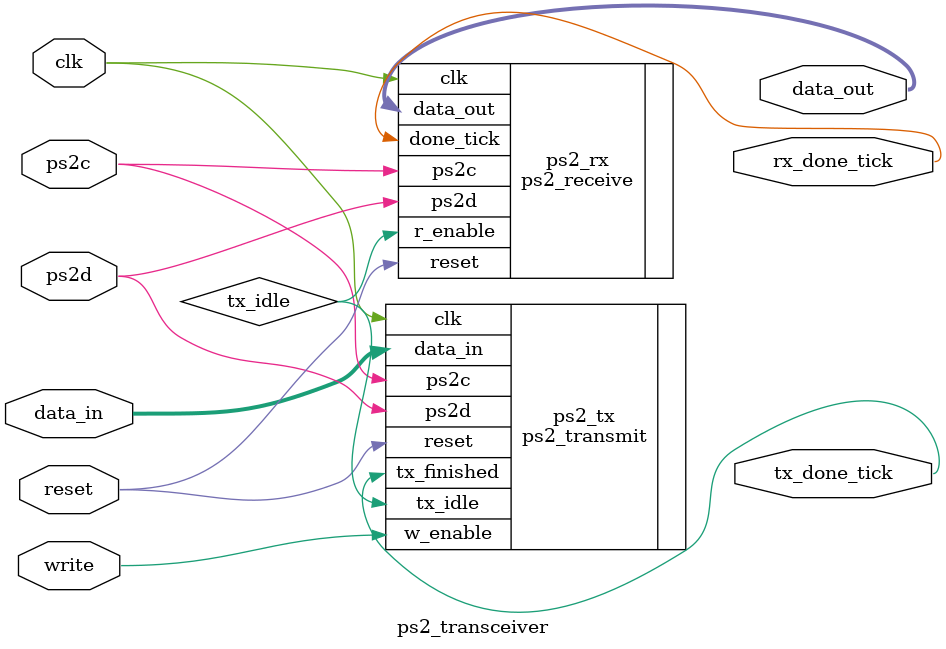
<source format=v>
module ps2_transceiver 
(
    inout ps2d, ps2c,
    input clk, reset,
    input write,
    input [7:0] data_in,
    output [7:0] data_out,
    output rx_done_tick, tx_done_tick
);

wire tx_idle;

ps2_receive ps2_rx
    (.clk(clk), .reset(reset), .data_out(data_out), .done_tick(rx_done_tick),
     .r_enable(tx_idle), .ps2d(ps2d), .ps2c(ps2c));

ps2_transmit ps2_tx
    (.clk(clk), .reset(reset), .data_in(data_in), .tx_finished(tx_done_tick),
     .w_enable(write), .ps2d(ps2d), .ps2c(ps2c), .tx_idle(tx_idle));


endmodule
</source>
